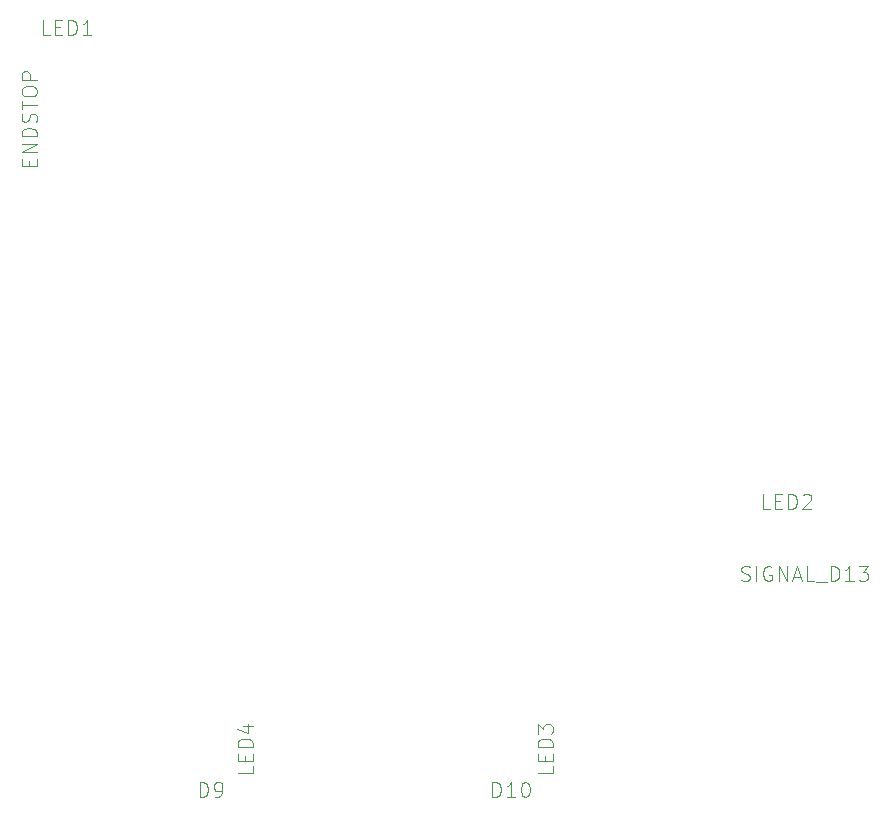
<source format=gbo>
G04 (created by PCBNEW (2013-jul-07)-stable) date Thu Nov 12 15:47:10 2015*
%MOIN*%
G04 Gerber Fmt 3.4, Leading zero omitted, Abs format*
%FSLAX34Y34*%
G01*
G70*
G90*
G04 APERTURE LIST*
%ADD10C,0.00590551*%
%ADD11C,0.0035*%
G04 APERTURE END LIST*
G54D10*
G54D11*
X8240Y-8002D02*
X8002Y-8002D01*
X8002Y-7502D01*
X8407Y-7740D02*
X8573Y-7740D01*
X8645Y-8002D02*
X8407Y-8002D01*
X8407Y-7502D01*
X8645Y-7502D01*
X8859Y-8002D02*
X8859Y-7502D01*
X8978Y-7502D01*
X9050Y-7526D01*
X9097Y-7573D01*
X9121Y-7621D01*
X9145Y-7716D01*
X9145Y-7788D01*
X9121Y-7883D01*
X9097Y-7930D01*
X9050Y-7978D01*
X8978Y-8002D01*
X8859Y-8002D01*
X9621Y-8002D02*
X9335Y-8002D01*
X9478Y-8002D02*
X9478Y-7502D01*
X9430Y-7573D01*
X9383Y-7621D01*
X9335Y-7645D01*
X7540Y-12359D02*
X7540Y-12192D01*
X7802Y-12121D02*
X7802Y-12359D01*
X7302Y-12359D01*
X7302Y-12121D01*
X7802Y-11907D02*
X7302Y-11907D01*
X7802Y-11621D01*
X7302Y-11621D01*
X7802Y-11383D02*
X7302Y-11383D01*
X7302Y-11264D01*
X7326Y-11192D01*
X7373Y-11145D01*
X7421Y-11121D01*
X7516Y-11097D01*
X7588Y-11097D01*
X7683Y-11121D01*
X7730Y-11145D01*
X7778Y-11192D01*
X7802Y-11264D01*
X7802Y-11383D01*
X7778Y-10907D02*
X7802Y-10835D01*
X7802Y-10716D01*
X7778Y-10669D01*
X7754Y-10645D01*
X7707Y-10621D01*
X7659Y-10621D01*
X7611Y-10645D01*
X7588Y-10669D01*
X7564Y-10716D01*
X7540Y-10811D01*
X7516Y-10859D01*
X7492Y-10883D01*
X7445Y-10907D01*
X7397Y-10907D01*
X7350Y-10883D01*
X7326Y-10859D01*
X7302Y-10811D01*
X7302Y-10692D01*
X7326Y-10621D01*
X7302Y-10478D02*
X7302Y-10192D01*
X7802Y-10335D02*
X7302Y-10335D01*
X7302Y-9930D02*
X7302Y-9835D01*
X7326Y-9788D01*
X7373Y-9740D01*
X7469Y-9716D01*
X7635Y-9716D01*
X7730Y-9740D01*
X7778Y-9788D01*
X7802Y-9835D01*
X7802Y-9930D01*
X7778Y-9978D01*
X7730Y-10026D01*
X7635Y-10049D01*
X7469Y-10049D01*
X7373Y-10026D01*
X7326Y-9978D01*
X7302Y-9930D01*
X7802Y-9502D02*
X7302Y-9502D01*
X7302Y-9311D01*
X7326Y-9264D01*
X7350Y-9240D01*
X7397Y-9216D01*
X7469Y-9216D01*
X7516Y-9240D01*
X7540Y-9264D01*
X7564Y-9311D01*
X7564Y-9502D01*
X32240Y-23802D02*
X32002Y-23802D01*
X32002Y-23302D01*
X32407Y-23540D02*
X32573Y-23540D01*
X32645Y-23802D02*
X32407Y-23802D01*
X32407Y-23302D01*
X32645Y-23302D01*
X32859Y-23802D02*
X32859Y-23302D01*
X32978Y-23302D01*
X33050Y-23326D01*
X33097Y-23373D01*
X33121Y-23421D01*
X33145Y-23516D01*
X33145Y-23588D01*
X33121Y-23683D01*
X33097Y-23730D01*
X33050Y-23778D01*
X32978Y-23802D01*
X32859Y-23802D01*
X33335Y-23350D02*
X33359Y-23326D01*
X33407Y-23302D01*
X33526Y-23302D01*
X33573Y-23326D01*
X33597Y-23350D01*
X33621Y-23397D01*
X33621Y-23445D01*
X33597Y-23516D01*
X33311Y-23802D01*
X33621Y-23802D01*
X31292Y-26178D02*
X31364Y-26202D01*
X31483Y-26202D01*
X31530Y-26178D01*
X31554Y-26154D01*
X31578Y-26107D01*
X31578Y-26059D01*
X31554Y-26011D01*
X31530Y-25988D01*
X31483Y-25964D01*
X31388Y-25940D01*
X31340Y-25916D01*
X31316Y-25892D01*
X31292Y-25845D01*
X31292Y-25797D01*
X31316Y-25750D01*
X31340Y-25726D01*
X31388Y-25702D01*
X31507Y-25702D01*
X31578Y-25726D01*
X31792Y-26202D02*
X31792Y-25702D01*
X32292Y-25726D02*
X32245Y-25702D01*
X32173Y-25702D01*
X32102Y-25726D01*
X32054Y-25773D01*
X32030Y-25821D01*
X32007Y-25916D01*
X32007Y-25988D01*
X32030Y-26083D01*
X32054Y-26130D01*
X32102Y-26178D01*
X32173Y-26202D01*
X32221Y-26202D01*
X32292Y-26178D01*
X32316Y-26154D01*
X32316Y-25988D01*
X32221Y-25988D01*
X32530Y-26202D02*
X32530Y-25702D01*
X32816Y-26202D01*
X32816Y-25702D01*
X33030Y-26059D02*
X33269Y-26059D01*
X32983Y-26202D02*
X33150Y-25702D01*
X33316Y-26202D01*
X33721Y-26202D02*
X33483Y-26202D01*
X33483Y-25702D01*
X33769Y-26250D02*
X34150Y-26250D01*
X34269Y-26202D02*
X34269Y-25702D01*
X34388Y-25702D01*
X34459Y-25726D01*
X34507Y-25773D01*
X34530Y-25821D01*
X34554Y-25916D01*
X34554Y-25988D01*
X34530Y-26083D01*
X34507Y-26130D01*
X34459Y-26178D01*
X34388Y-26202D01*
X34269Y-26202D01*
X35030Y-26202D02*
X34745Y-26202D01*
X34888Y-26202D02*
X34888Y-25702D01*
X34840Y-25773D01*
X34792Y-25821D01*
X34745Y-25845D01*
X35197Y-25702D02*
X35507Y-25702D01*
X35340Y-25892D01*
X35411Y-25892D01*
X35459Y-25916D01*
X35483Y-25940D01*
X35507Y-25988D01*
X35507Y-26107D01*
X35483Y-26154D01*
X35459Y-26178D01*
X35411Y-26202D01*
X35269Y-26202D01*
X35221Y-26178D01*
X35197Y-26154D01*
X25002Y-32359D02*
X25002Y-32597D01*
X24502Y-32597D01*
X24740Y-32192D02*
X24740Y-32026D01*
X25002Y-31954D02*
X25002Y-32192D01*
X24502Y-32192D01*
X24502Y-31954D01*
X25002Y-31740D02*
X24502Y-31740D01*
X24502Y-31621D01*
X24526Y-31550D01*
X24573Y-31502D01*
X24621Y-31478D01*
X24716Y-31454D01*
X24788Y-31454D01*
X24883Y-31478D01*
X24930Y-31502D01*
X24978Y-31550D01*
X25002Y-31621D01*
X25002Y-31740D01*
X24502Y-31288D02*
X24502Y-30978D01*
X24692Y-31145D01*
X24692Y-31073D01*
X24716Y-31026D01*
X24740Y-31002D01*
X24788Y-30978D01*
X24907Y-30978D01*
X24954Y-31002D01*
X24978Y-31026D01*
X25002Y-31073D01*
X25002Y-31216D01*
X24978Y-31264D01*
X24954Y-31288D01*
X22992Y-33402D02*
X22992Y-32902D01*
X23111Y-32902D01*
X23183Y-32926D01*
X23230Y-32973D01*
X23254Y-33021D01*
X23278Y-33116D01*
X23278Y-33188D01*
X23254Y-33283D01*
X23230Y-33330D01*
X23183Y-33378D01*
X23111Y-33402D01*
X22992Y-33402D01*
X23754Y-33402D02*
X23469Y-33402D01*
X23611Y-33402D02*
X23611Y-32902D01*
X23564Y-32973D01*
X23516Y-33021D01*
X23469Y-33045D01*
X24064Y-32902D02*
X24111Y-32902D01*
X24159Y-32926D01*
X24183Y-32950D01*
X24207Y-32997D01*
X24230Y-33092D01*
X24230Y-33211D01*
X24207Y-33307D01*
X24183Y-33354D01*
X24159Y-33378D01*
X24111Y-33402D01*
X24064Y-33402D01*
X24016Y-33378D01*
X23992Y-33354D01*
X23969Y-33307D01*
X23945Y-33211D01*
X23945Y-33092D01*
X23969Y-32997D01*
X23992Y-32950D01*
X24016Y-32926D01*
X24064Y-32902D01*
X15002Y-32359D02*
X15002Y-32597D01*
X14502Y-32597D01*
X14740Y-32192D02*
X14740Y-32026D01*
X15002Y-31954D02*
X15002Y-32192D01*
X14502Y-32192D01*
X14502Y-31954D01*
X15002Y-31740D02*
X14502Y-31740D01*
X14502Y-31621D01*
X14526Y-31550D01*
X14573Y-31502D01*
X14621Y-31478D01*
X14716Y-31454D01*
X14788Y-31454D01*
X14883Y-31478D01*
X14930Y-31502D01*
X14978Y-31550D01*
X15002Y-31621D01*
X15002Y-31740D01*
X14669Y-31026D02*
X15002Y-31026D01*
X14478Y-31145D02*
X14835Y-31264D01*
X14835Y-30954D01*
X13230Y-33402D02*
X13230Y-32902D01*
X13350Y-32902D01*
X13421Y-32926D01*
X13469Y-32973D01*
X13492Y-33021D01*
X13516Y-33116D01*
X13516Y-33188D01*
X13492Y-33283D01*
X13469Y-33330D01*
X13421Y-33378D01*
X13350Y-33402D01*
X13230Y-33402D01*
X13754Y-33402D02*
X13850Y-33402D01*
X13897Y-33378D01*
X13921Y-33354D01*
X13969Y-33283D01*
X13992Y-33188D01*
X13992Y-32997D01*
X13969Y-32950D01*
X13945Y-32926D01*
X13897Y-32902D01*
X13802Y-32902D01*
X13754Y-32926D01*
X13730Y-32950D01*
X13707Y-32997D01*
X13707Y-33116D01*
X13730Y-33164D01*
X13754Y-33188D01*
X13802Y-33211D01*
X13897Y-33211D01*
X13945Y-33188D01*
X13969Y-33164D01*
X13992Y-33116D01*
M02*

</source>
